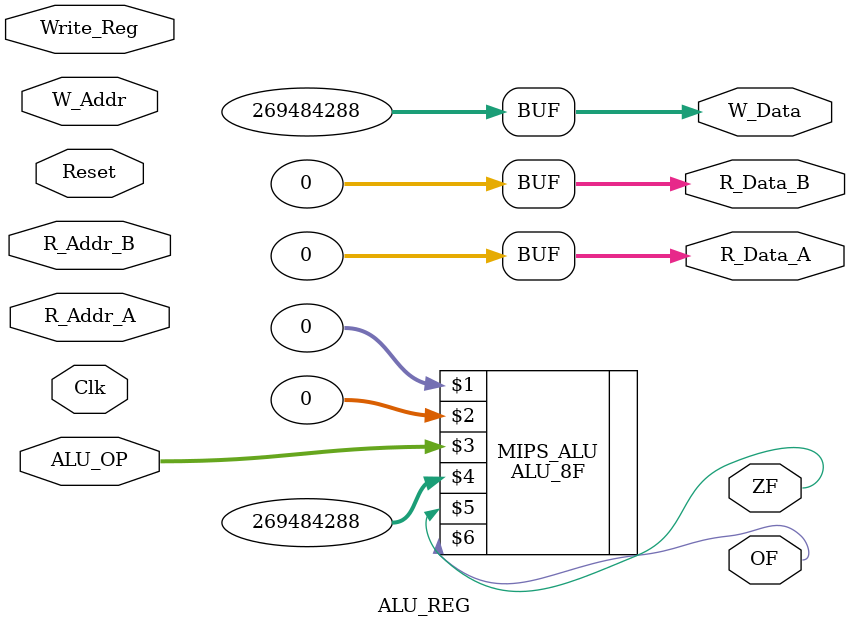
<source format=v>
`timescale 1ns / 1ps
module ALU_REG(
    input Clk,
    input Reset,
    input [4:0] R_Addr_A,   
    input [4:0] R_Addr_B,   
    input [4:0] W_Addr,    
    input Write_Reg,       
    input [2:0] ALU_OP,   
    output ZF,            
    output OF,             
	 output [31:0] R_Data_A,
	 output [31:0] R_Data_B,
	 output [31:0] W_Data
    );

	
	assign R_Data_A = 32'h0000_0000;
	assign R_Data_B = 32'h0000_0000;
	assign W_Data = 32'h1010_0100;
	
	
	MIPS_REG Registers(Clk,Reset,R_Addr_A,R_Addr_B,W_Addr,W_Data,Write_Reg,R_Data_A,R_Data_B);
	
	
	ALU_8F MIPS_ALU(R_Data_A,R_Data_B,ALU_OP,W_Data,ZF,OF);  
	
	

endmodule

</source>
